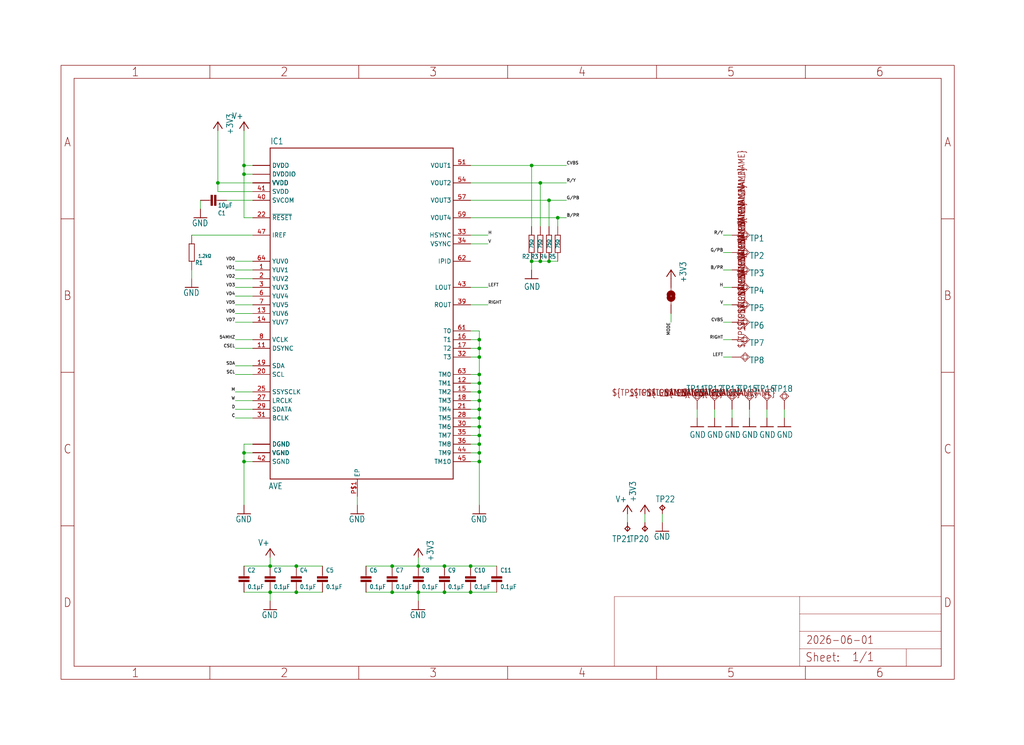
<source format=kicad_sch>
(kicad_sch (version 20240101) (generator "eeschema") (generator_version "8.99")
  (paper "User" 298.45 217.322)
  (lib_symbols
    (symbol "AVEFlex-eagle-import:+3V3" (power)
      (symbol "+3V3_1_0"
        (polyline (pts (xy 0 0) (xy -1.27 -1.905)) (stroke (width 0.254)))
        (polyline (pts (xy 1.27 -1.905) (xy 0 0)) (stroke (width 0.254)))
        (pin power_in line (at 0 -2.54 90) (length 2.54) (name "+3V3") (number "1"))
      )
    )
    (symbol "AVEFlex-eagle-import:A4L-LOC"
      (symbol "A4L-LOC_1_0"
        (polyline (pts (xy 0 44.7675) (xy 3.81 44.7675)))
        (polyline (pts (xy 0 89.535) (xy 3.81 89.535)))
        (polyline (pts (xy 0 134.3025) (xy 3.81 134.3025)))
        (polyline (pts (xy 3.81 3.81) (xy 3.81 175.26)))
        (polyline (pts (xy 43.3917 0) (xy 43.3917 3.81)))
        (polyline (pts (xy 43.3917 175.26) (xy 43.3917 179.07)))
        (polyline (pts (xy 86.7833 0) (xy 86.7833 3.81)))
        (polyline (pts (xy 86.7833 175.26) (xy 86.7833 179.07)))
        (polyline (pts (xy 130.175 0) (xy 130.175 3.81)))
        (polyline (pts (xy 130.175 175.26) (xy 130.175 179.07)))
        (polyline (pts (xy 161.29 3.81) (xy 161.29 24.13)) (stroke (width 0.1016)))
        (polyline (pts (xy 161.29 24.13) (xy 215.265 24.13)) (stroke (width 0.1016)))
        (polyline (pts (xy 173.5667 0) (xy 173.5667 3.81)))
        (polyline (pts (xy 173.5667 175.26) (xy 173.5667 179.07)))
        (polyline (pts (xy 215.265 8.89) (xy 215.265 3.81)) (stroke (width 0.1016)))
        (polyline (pts (xy 215.265 8.89) (xy 215.265 13.97)) (stroke (width 0.1016)))
        (polyline (pts (xy 215.265 13.97) (xy 215.265 19.05)) (stroke (width 0.1016)))
        (polyline (pts (xy 215.265 13.97) (xy 256.54 13.97)) (stroke (width 0.1016)))
        (polyline (pts (xy 215.265 19.05) (xy 215.265 24.13)) (stroke (width 0.1016)))
        (polyline (pts (xy 215.265 19.05) (xy 256.54 19.05)) (stroke (width 0.1016)))
        (polyline (pts (xy 215.265 24.13) (xy 256.54 24.13)) (stroke (width 0.1016)))
        (polyline (pts (xy 216.9583 0) (xy 216.9583 3.81)))
        (polyline (pts (xy 216.9583 175.26) (xy 216.9583 179.07)))
        (polyline (pts (xy 246.38 3.81) (xy 246.38 8.89)) (stroke (width 0.1016)))
        (polyline (pts (xy 246.38 8.89) (xy 215.265 8.89)) (stroke (width 0.1016)))
        (polyline (pts (xy 246.38 8.89) (xy 256.54 8.89)) (stroke (width 0.1016)))
        (polyline (pts (xy 256.54 3.81) (xy 3.81 3.81)))
        (polyline (pts (xy 256.54 3.81) (xy 256.54 8.89)) (stroke (width 0.1016)))
        (polyline (pts (xy 256.54 3.81) (xy 256.54 175.26)))
        (polyline (pts (xy 256.54 8.89) (xy 256.54 13.97)) (stroke (width 0.1016)))
        (polyline (pts (xy 256.54 13.97) (xy 256.54 19.05)) (stroke (width 0.1016)))
        (polyline (pts (xy 256.54 19.05) (xy 256.54 24.13)) (stroke (width 0.1016)))
        (polyline (pts (xy 256.54 44.7675) (xy 260.35 44.7675)))
        (polyline (pts (xy 256.54 89.535) (xy 260.35 89.535)))
        (polyline (pts (xy 256.54 134.3025) (xy 260.35 134.3025)))
        (polyline (pts (xy 256.54 175.26) (xy 3.81 175.26)))
        (polyline (pts (xy 0 0) (xy 260.35 0) (xy 260.35 179.07) (xy 0 179.07) (xy 0 0)))
        (text "${#}/${##}" (at 230.505 5.08 0) (effects (font (size 2.54 2.159)) (justify left bottom)))
        (text "${CURRENT_DATE}" (at 217.17 10.16 0) (effects (font (size 2.286 1.9431)) (justify left bottom)))
        (text "${PROJECTNAME}" (at 217.17 15.24 0) (effects (font (size 2.54 2.159)) (justify left bottom)))
        (text "1" (at 21.6958 1.905 0) (effects (font (size 2.54 2.286))))
        (text "1" (at 21.6958 177.165 0) (effects (font (size 2.54 2.286))))
        (text "2" (at 65.0875 1.905 0) (effects (font (size 2.54 2.286))))
        (text "2" (at 65.0875 177.165 0) (effects (font (size 2.54 2.286))))
        (text "3" (at 108.4792 1.905 0) (effects (font (size 2.54 2.286))))
        (text "3" (at 108.4792 177.165 0) (effects (font (size 2.54 2.286))))
        (text "4" (at 151.8708 1.905 0) (effects (font (size 2.54 2.286))))
        (text "4" (at 151.8708 177.165 0) (effects (font (size 2.54 2.286))))
        (text "5" (at 195.2625 1.905 0) (effects (font (size 2.54 2.286))))
        (text "5" (at 195.2625 177.165 0) (effects (font (size 2.54 2.286))))
        (text "6" (at 238.6542 1.905 0) (effects (font (size 2.54 2.286))))
        (text "6" (at 238.6542 177.165 0) (effects (font (size 2.54 2.286))))
        (text "A" (at 1.905 156.6863 0) (effects (font (size 2.54 2.286))))
        (text "A" (at 258.445 156.6863 0) (effects (font (size 2.54 2.286))))
        (text "B" (at 1.905 111.9188 0) (effects (font (size 2.54 2.286))))
        (text "B" (at 258.445 111.9188 0) (effects (font (size 2.54 2.286))))
        (text "C" (at 1.905 67.1513 0) (effects (font (size 2.54 2.286))))
        (text "C" (at 258.445 67.1513 0) (effects (font (size 2.54 2.286))))
        (text "D" (at 1.905 22.3838 0) (effects (font (size 2.54 2.286))))
        (text "D" (at 258.445 22.3838 0) (effects (font (size 2.54 2.286))))
        (text "Sheet:" (at 216.916 4.953 0) (effects (font (size 2.54 2.159)) (justify left bottom)))
      )
    )
    (symbol "AVEFlex-eagle-import:AVE"
      (property "Reference" "IC" (at -25.4 49.276 0))
      (symbol "AVE_1_0"
        (polyline (pts (xy -25.4 -48.26) (xy -25.4 48.26)) (stroke (width 0.254)))
        (polyline (pts (xy -25.4 48.26) (xy 27.94 48.26)) (stroke (width 0.254)))
        (polyline (pts (xy 27.94 -48.26) (xy -25.4 -48.26)) (stroke (width 0.254)))
        (polyline (pts (xy 27.94 48.26) (xy 27.94 -48.26)) (stroke (width 0.254)))
        (pin bidirectional line (at -30.48 12.7 0) (length 5.08) (name "YUV1") (number "1"))
        (pin bidirectional line (at -30.48 -38.1 0) (length 5.08) (name "DGND") (number "10"))
        (pin bidirectional line (at -30.48 -10.16 0) (length 5.08) (name "DSYNC") (number "11"))
        (pin bidirectional line (at 33.02 -20.32 180) (length 5.08) (name "TM1") (number "12"))
        (pin bidirectional line (at -30.48 0 0) (length 5.08) (name "YUV6") (number "13"))
        (pin bidirectional line (at -30.48 -2.54 0) (length 5.08) (name "YUV7") (number "14"))
        (pin bidirectional line (at 33.02 -22.86 180) (length 5.08) (name "TM2") (number "15"))
        (pin bidirectional line (at 33.02 -7.62 180) (length 5.08) (name "T1") (number "16"))
        (pin bidirectional line (at 33.02 -10.16 180) (length 5.08) (name "T2") (number "17"))
        (pin bidirectional line (at 33.02 -25.4 180) (length 5.08) (name "TM3") (number "18"))
        (pin bidirectional line (at -30.48 -15.24 0) (length 5.08) (name "SDA") (number "19"))
        (pin bidirectional line (at -30.48 10.16 0) (length 5.08) (name "YUV2") (number "2"))
        (pin bidirectional line (at -30.48 -17.78 0) (length 5.08) (name "SCL") (number "20"))
        (pin bidirectional line (at 33.02 -27.94 180) (length 5.08) (name "TM4") (number "21"))
        (pin bidirectional line (at -30.48 27.94 0) (length 5.08) (name "~{RESET}") (number "22"))
        (pin bidirectional line (at -30.48 43.18 0) (length 5.08) (name "DVDD") (number "23"))
        (pin bidirectional line (at -30.48 -38.1 0) (length 5.08) (name "DGND") (number "24"))
        (pin bidirectional line (at -30.48 -22.86 0) (length 5.08) (name "SSYSCLK") (number "25"))
        (pin bidirectional line (at -30.48 40.64 0) (length 5.08) (name "DVDDIO") (number "26"))
        (pin bidirectional line (at -30.48 -25.4 0) (length 5.08) (name "LRCLK") (number "27"))
        (pin bidirectional line (at 33.02 -30.48 180) (length 5.08) (name "TM5") (number "28"))
        (pin bidirectional line (at -30.48 -27.94 0) (length 5.08) (name "SDATA") (number "29"))
        (pin bidirectional line (at -30.48 7.62 0) (length 5.08) (name "YUV3") (number "3"))
        (pin bidirectional line (at 33.02 -33.02 180) (length 5.08) (name "TM6") (number "30"))
        (pin bidirectional line (at -30.48 -30.48 0) (length 5.08) (name "BCLK") (number "31"))
        (pin bidirectional line (at 33.02 -12.7 180) (length 5.08) (name "T3") (number "32"))
        (pin bidirectional line (at 33.02 22.86 180) (length 5.08) (name "HSYNC") (number "33"))
        (pin bidirectional line (at 33.02 20.32 180) (length 5.08) (name "VSYNC") (number "34"))
        (pin bidirectional line (at 33.02 -35.56 180) (length 5.08) (name "TM7") (number "35"))
        (pin bidirectional line (at 33.02 -38.1 180) (length 5.08) (name "TM8") (number "36"))
        (pin bidirectional line (at -30.48 38.1 0) (length 5.08) (name "VVDD") (number "37"))
        (pin bidirectional line (at -30.48 -40.64 0) (length 5.08) (name "VGND") (number "38"))
        (pin bidirectional line (at 33.02 2.54 180) (length 5.08) (name "ROUT") (number "39"))
        (pin bidirectional line (at -30.48 40.64 0) (length 5.08) (name "DVDDIO") (number "4"))
        (pin bidirectional line (at -30.48 33.02 0) (length 5.08) (name "SVCOM") (number "40"))
        (pin bidirectional line (at -30.48 35.56 0) (length 5.08) (name "SVDD") (number "41"))
        (pin bidirectional line (at -30.48 -43.18 0) (length 5.08) (name "SGND") (number "42"))
        (pin bidirectional line (at 33.02 7.62 180) (length 5.08) (name "LOUT") (number "43"))
        (pin bidirectional line (at 33.02 -40.64 180) (length 5.08) (name "TM9") (number "44"))
        (pin bidirectional line (at 33.02 -43.18 180) (length 5.08) (name "TM10") (number "45"))
        (pin bidirectional line (at -30.48 38.1 0) (length 5.08) (name "VVDD") (number "46"))
        (pin bidirectional line (at -30.48 22.86 0) (length 5.08) (name "IREF") (number "47"))
        (pin bidirectional line (at -30.48 -40.64 0) (length 5.08) (name "VGND") (number "48"))
        (pin bidirectional line (at -30.48 -40.64 0) (length 5.08) (name "VGND") (number "49"))
        (pin bidirectional line (at -30.48 -38.1 0) (length 5.08) (name "DGND") (number "5"))
        (pin bidirectional line (at -30.48 38.1 0) (length 5.08) (name "VVDD") (number "50"))
        (pin bidirectional line (at 33.02 43.18 180) (length 5.08) (name "VOUT1") (number "51"))
        (pin bidirectional line (at -30.48 -40.64 0) (length 5.08) (name "VGND") (number "52"))
        (pin bidirectional line (at -30.48 38.1 0) (length 5.08) (name "VVDD") (number "53"))
        (pin bidirectional line (at 33.02 38.1 180) (length 5.08) (name "VOUT2") (number "54"))
        (pin bidirectional line (at -30.48 -40.64 0) (length 5.08) (name "VGND") (number "55"))
        (pin bidirectional line (at -30.48 38.1 0) (length 5.08) (name "VVDD") (number "56"))
        (pin bidirectional line (at 33.02 33.02 180) (length 5.08) (name "VOUT3") (number "57"))
        (pin bidirectional line (at -30.48 -40.64 0) (length 5.08) (name "VGND") (number "58"))
        (pin bidirectional line (at 33.02 27.94 180) (length 5.08) (name "VOUT4") (number "59"))
        (pin bidirectional line (at -30.48 5.08 0) (length 5.08) (name "YUV4") (number "6"))
        (pin bidirectional line (at -30.48 38.1 0) (length 5.08) (name "VVDD") (number "60"))
        (pin bidirectional line (at 33.02 -5.08 180) (length 5.08) (name "T0") (number "61"))
        (pin bidirectional line (at 33.02 15.24 180) (length 5.08) (name "IPID") (number "62"))
        (pin bidirectional line (at 33.02 -17.78 180) (length 5.08) (name "TM0") (number "63"))
        (pin bidirectional line (at -30.48 15.24 0) (length 5.08) (name "YUV0") (number "64"))
        (pin bidirectional line (at -30.48 2.54 0) (length 5.08) (name "YUV5") (number "7"))
        (pin bidirectional line (at -30.48 -7.62 0) (length 5.08) (name "VCLK") (number "8"))
        (pin bidirectional line (at -30.48 43.18 0) (length 5.08) (name "DVDD") (number "9"))
        (pin bidirectional line (at 0 -53.34 90) (length 5.08) (name "EP") (number "P$1"))
      )
    )
    (symbol "AVEFlex-eagle-import:C-USC0402"
      (property "Reference" "C" (at 1.016 0.635 0))
      (symbol "C-USC0402_1_0"
        (rectangle (start -1.524 -2.032) (end 1.524 -1.524) (fill (type outline)))
        (rectangle (start -1.524 -1.016) (end 1.524 -0.508) (fill (type outline)))
        (polyline (pts (xy 0 -2.54) (xy 0 -2.032)) (stroke (width 0.1524)))
        (polyline (pts (xy 0 0) (xy 0 -0.508)) (stroke (width 0.1524)))
        (pin passive line (at 0 2.54 270) (length 2.54) (name "1") (number "1"))
        (pin passive line (at 0 -5.08 90) (length 2.54) (name "2") (number "2"))
      )
    )
    (symbol "AVEFlex-eagle-import:C-USC0603"
      (property "Reference" "C" (at 1.016 0.635 0))
      (symbol "C-USC0603_1_0"
        (rectangle (start -1.524 -2.032) (end 1.524 -1.524) (fill (type outline)))
        (rectangle (start -1.524 -1.016) (end 1.524 -0.508) (fill (type outline)))
        (polyline (pts (xy 0 -2.54) (xy 0 -2.032)) (stroke (width 0.1524)))
        (polyline (pts (xy 0 0) (xy 0 -0.508)) (stroke (width 0.1524)))
        (pin passive line (at 0 2.54 270) (length 2.54) (name "1") (number "1"))
        (pin passive line (at 0 -5.08 90) (length 2.54) (name "2") (number "2"))
      )
    )
    (symbol "AVEFlex-eagle-import:GND" (power)
      (symbol "GND_1_0"
        (polyline (pts (xy -1.905 0) (xy 1.905 0)) (stroke (width 0.254)))
        (pin power_in line (at 0 2.54 270) (length 2.54) (name "GND") (number "1"))
      )
    )
    (symbol "AVEFlex-eagle-import:JUMPER-SMT_2_NO_SILK"
      (property "Reference" "JP" (at -2.54 2.54 0))
      (symbol "JUMPER-SMT_2_NO_SILK_1_0"
        (arc (start -0.3808 0.635) (mid -1.0159 0.0001) (end -0.381 -0.635) (stroke (width 1.27)))
        (polyline (pts (xy -2.54 0) (xy -1.651 0)) (stroke (width 0.1524)))
        (polyline (pts (xy 2.54 0) (xy 1.651 0)) (stroke (width 0.1524)))
        (arc (start 0.3808 -0.635) (mid 1.0159 -0.0001) (end 0.381 0.635) (stroke (width 1.27)))
        (pin passive line (at -5.08 0 0) (length 2.54) (name "1") (number "1"))
        (pin passive line (at 5.08 0 180) (length 2.54) (name "2") (number "2"))
      )
    )
    (symbol "AVEFlex-eagle-import:R-US_R0402"
      (property "Reference" "R" (at -3.048 0.4826 0))
      (symbol "R-US_R0402_1_0"
        (polyline (pts (xy -2.54 -0.762) (xy -2.54 0.762)) (stroke (width 0.2032)))
        (polyline (pts (xy -2.54 0.762) (xy 2.54 0.762)) (stroke (width 0.2032)))
        (polyline (pts (xy 2.54 -0.762) (xy -2.54 -0.762)) (stroke (width 0.2032)))
        (polyline (pts (xy 2.54 0.762) (xy 2.54 -0.762)) (stroke (width 0.2032)))
        (pin passive line (at -5.08 0 0) (length 2.54) (name "1") (number "1"))
        (pin passive line (at 5.08 0 180) (length 2.54) (name "2") (number "2"))
      )
    )
    (symbol "AVEFlex-eagle-import:TPSQTP10R"
      (property "Reference" "TP" (at -2.54 -4.445 0))
      (symbol "TPSQTP10R_1_0"
        (circle (center 0 -1.27) (radius 0.635) (stroke (width 0.1524)))
        (polyline (pts (xy -1.27 -1.27) (xy 0 -2.54)) (stroke (width 0.1524)))
        (polyline (pts (xy 0 -2.54) (xy 1.27 -1.27)) (stroke (width 0.1524)))
        (polyline (pts (xy 0 0) (xy -1.27 -1.27)) (stroke (width 0.1524)))
        (polyline (pts (xy 1.27 -1.27) (xy 0 0)) (stroke (width 0.1524)))
        (text "${TP_SIGNAL_NAME}" (at 2.54 -1.27 0) (effects (font (size 1.778 1.5113)) (justify left bottom)))
        (pin input line (at 0 2.54 270) (length 2.54) (name "TP") (number "TP"))
      )
    )
    (symbol "AVEFlex-eagle-import:TPTP10SQ"
      (property "Reference" "TP" (at -1.27 1.27 0))
      (symbol "TPTP10SQ_1_0"
        (polyline (pts (xy -0.762 -0.762) (xy 0 0)) (stroke (width 0.254)))
        (polyline (pts (xy 0 -1.524) (xy -0.762 -0.762)) (stroke (width 0.254)))
        (polyline (pts (xy 0 0) (xy 0.762 -0.762)) (stroke (width 0.254)))
        (polyline (pts (xy 0.762 -0.762) (xy 0 -1.524)) (stroke (width 0.254)))
        (pin input line (at 0 -2.54 90) (length 2.54) (name "TP") (number "TP"))
      )
    )
    (symbol "AVEFlex-eagle-import:V+" (power)
      (symbol "V+_1_0"
        (polyline (pts (xy 0 0) (xy -1.27 -1.905)) (stroke (width 0.254)))
        (polyline (pts (xy 1.27 -1.905) (xy 0 0)) (stroke (width 0.254)))
        (pin power_in line (at 0 -2.54 90) (length 2.54) (name "V+") (number "1"))
      )
    )
  )
  (junction (at 154.94 76.2))
  (junction (at 86.36 165.1))
  (junction (at 129.54 165.1))
  (junction (at 139.7 124.46))
  (junction (at 154.94 48.26))
  (junction (at 139.7 114.3))
  (junction (at 114.3 165.1))
  (junction (at 139.7 101.6))
  (junction (at 139.7 99.06))
  (junction (at 86.36 172.72))
  (junction (at 139.7 104.14))
  (junction (at 139.7 127))
  (junction (at 139.7 132.08))
  (junction (at 160.02 58.42))
  (junction (at 139.7 109.22))
  (junction (at 139.7 111.76))
  (junction (at 121.92 172.72))
  (junction (at 139.7 134.62))
  (junction (at 78.74 165.1))
  (junction (at 139.7 129.54))
  (junction (at 137.16 172.72))
  (junction (at 137.16 165.1))
  (junction (at 114.3 172.72))
  (junction (at 71.12 50.8))
  (junction (at 121.92 165.1))
  (junction (at 139.7 121.92))
  (junction (at 139.7 116.84))
  (junction (at 157.48 76.2))
  (junction (at 157.48 53.34))
  (junction (at 162.56 63.5))
  (junction (at 71.12 132.08))
  (junction (at 160.02 76.2))
  (junction (at 139.7 119.38))
  (junction (at 78.74 172.72))
  (junction (at 71.12 48.26))
  (junction (at 63.5 53.34))
  (junction (at 129.54 172.72))
  (junction (at 71.12 134.62))
  (wire (pts (xy 78.74 172.72) (xy 78.74 175.26)) (stroke (width 0.1524)))
  (wire (pts (xy 195.58 91.44) (xy 195.58 93.98)) (stroke (width 0.1524)))
  (wire (pts (xy 137.16 116.84) (xy 139.7 116.84)) (stroke (width 0.1524)))
  (wire (pts (xy 137.16 172.72) (xy 129.54 172.72)) (stroke (width 0.1524)))
  (wire (pts (xy 73.66 76.2) (xy 68.58 76.2)) (stroke (width 0.1524)))
  (wire (pts (xy 71.12 147.32) (xy 71.12 134.62)) (stroke (width 0.1524)))
  (wire (pts (xy 71.12 132.08) (xy 71.12 134.62)) (stroke (width 0.1524)))
  (wire (pts (xy 218.44 119.38) (xy 218.44 121.92)) (stroke (width 0.1524)))
  (wire (pts (xy 71.12 48.26) (xy 71.12 38.1)) (stroke (width 0.1524)))
  (wire (pts (xy 182.88 152.4) (xy 182.88 149.86)) (stroke (width 0.1524)))
  (wire (pts (xy 139.7 127) (xy 139.7 124.46)) (stroke (width 0.1524)))
  (wire (pts (xy 71.12 165.1) (xy 78.74 165.1)) (stroke (width 0.1524)))
  (wire (pts (xy 213.36 78.74) (xy 210.82 78.74)) (stroke (width 0.1524)))
  (wire (pts (xy 137.16 68.58) (xy 142.24 68.58)) (stroke (width 0.1524)))
  (wire (pts (xy 63.5 55.88) (xy 63.5 53.34)) (stroke (width 0.1524)))
  (wire (pts (xy 104.14 147.32) (xy 104.14 144.78)) (stroke (width 0.1524)))
  (wire (pts (xy 193.04 152.4) (xy 193.04 149.86)) (stroke (width 0.1524)))
  (wire (pts (xy 160.02 66.04) (xy 160.02 58.42)) (stroke (width 0.1524)))
  (wire (pts (xy 157.48 53.34) (xy 165.1 53.34)) (stroke (width 0.1524)))
  (wire (pts (xy 154.94 48.26) (xy 165.1 48.26)) (stroke (width 0.1524)))
  (wire (pts (xy 162.56 63.5) (xy 165.1 63.5)) (stroke (width 0.1524)))
  (wire (pts (xy 137.16 48.26) (xy 154.94 48.26)) (stroke (width 0.1524)))
  (wire (pts (xy 106.68 165.1) (xy 114.3 165.1)) (stroke (width 0.1524)))
  (wire (pts (xy 137.16 104.14) (xy 139.7 104.14)) (stroke (width 0.1524)))
  (wire (pts (xy 137.16 127) (xy 139.7 127)) (stroke (width 0.1524)))
  (wire (pts (xy 139.7 104.14) (xy 139.7 101.6)) (stroke (width 0.1524)))
  (wire (pts (xy 157.48 66.04) (xy 157.48 53.34)) (stroke (width 0.1524)))
  (wire (pts (xy 93.98 165.1) (xy 86.36 165.1)) (stroke (width 0.1524)))
  (wire (pts (xy 73.66 63.5) (xy 71.12 63.5)) (stroke (width 0.1524)))
  (wire (pts (xy 187.96 152.4) (xy 187.96 149.86)) (stroke (width 0.1524)))
  (wire (pts (xy 137.16 101.6) (xy 139.7 101.6)) (stroke (width 0.1524)))
  (wire (pts (xy 137.16 124.46) (xy 139.7 124.46)) (stroke (width 0.1524)))
  (wire (pts (xy 213.36 73.66) (xy 210.82 73.66)) (stroke (width 0.1524)))
  (wire (pts (xy 139.7 109.22) (xy 139.7 104.14)) (stroke (width 0.1524)))
  (wire (pts (xy 121.92 172.72) (xy 129.54 172.72)) (stroke (width 0.1524)))
  (wire (pts (xy 73.66 48.26) (xy 71.12 48.26)) (stroke (width 0.1524)))
  (wire (pts (xy 139.7 116.84) (xy 139.7 114.3)) (stroke (width 0.1524)))
  (wire (pts (xy 63.5 53.34) (xy 63.5 38.1)) (stroke (width 0.1524)))
  (wire (pts (xy 139.7 132.08) (xy 139.7 129.54)) (stroke (width 0.1524)))
  (wire (pts (xy 137.16 111.76) (xy 139.7 111.76)) (stroke (width 0.1524)))
  (wire (pts (xy 73.66 55.88) (xy 63.5 55.88)) (stroke (width 0.1524)))
  (wire (pts (xy 208.28 119.38) (xy 208.28 121.92)) (stroke (width 0.1524)))
  (wire (pts (xy 139.7 121.92) (xy 139.7 119.38)) (stroke (width 0.1524)))
  (wire (pts (xy 73.66 116.84) (xy 68.58 116.84)) (stroke (width 0.1524)))
  (wire (pts (xy 73.66 83.82) (xy 68.58 83.82)) (stroke (width 0.1524)))
  (wire (pts (xy 137.16 119.38) (xy 139.7 119.38)) (stroke (width 0.1524)))
  (wire (pts (xy 73.66 109.22) (xy 68.58 109.22)) (stroke (width 0.1524)))
  (wire (pts (xy 213.36 68.58) (xy 210.82 68.58)) (stroke (width 0.1524)))
  (wire (pts (xy 213.36 88.9) (xy 210.82 88.9)) (stroke (width 0.1524)))
  (wire (pts (xy 71.12 129.54) (xy 71.12 132.08)) (stroke (width 0.1524)))
  (wire (pts (xy 137.16 83.82) (xy 142.24 83.82)) (stroke (width 0.1524)))
  (wire (pts (xy 154.94 66.04) (xy 154.94 48.26)) (stroke (width 0.1524)))
  (wire (pts (xy 55.88 68.58) (xy 73.66 68.58)) (stroke (width 0.1524)))
  (wire (pts (xy 137.16 132.08) (xy 139.7 132.08)) (stroke (width 0.1524)))
  (wire (pts (xy 73.66 91.44) (xy 68.58 91.44)) (stroke (width 0.1524)))
  (wire (pts (xy 137.16 109.22) (xy 139.7 109.22)) (stroke (width 0.1524)))
  (wire (pts (xy 73.66 93.98) (xy 68.58 93.98)) (stroke (width 0.1524)))
  (wire (pts (xy 213.36 99.06) (xy 210.82 99.06)) (stroke (width 0.1524)))
  (wire (pts (xy 73.66 132.08) (xy 71.12 132.08)) (stroke (width 0.1524)))
  (wire (pts (xy 114.3 165.1) (xy 121.92 165.1)) (stroke (width 0.1524)))
  (wire (pts (xy 154.94 76.2) (xy 154.94 78.74)) (stroke (width 0.1524)))
  (wire (pts (xy 78.74 162.56) (xy 78.74 165.1)) (stroke (width 0.1524)))
  (wire (pts (xy 73.66 88.9) (xy 68.58 88.9)) (stroke (width 0.1524)))
  (wire (pts (xy 73.66 114.3) (xy 68.58 114.3)) (stroke (width 0.1524)))
  (wire (pts (xy 121.92 162.56) (xy 121.92 165.1)) (stroke (width 0.1524)))
  (wire (pts (xy 137.16 129.54) (xy 139.7 129.54)) (stroke (width 0.1524)))
  (wire (pts (xy 154.94 76.2) (xy 157.48 76.2)) (stroke (width 0.1524)))
  (wire (pts (xy 66.04 58.42) (xy 73.66 58.42)) (stroke (width 0.1524)))
  (wire (pts (xy 203.2 119.38) (xy 203.2 121.92)) (stroke (width 0.1524)))
  (wire (pts (xy 139.7 129.54) (xy 139.7 127)) (stroke (width 0.1524)))
  (wire (pts (xy 139.7 134.62) (xy 139.7 132.08)) (stroke (width 0.1524)))
  (wire (pts (xy 58.42 60.96) (xy 58.42 58.42)) (stroke (width 0.1524)))
  (wire (pts (xy 160.02 76.2) (xy 162.56 76.2)) (stroke (width 0.1524)))
  (wire (pts (xy 73.66 106.68) (xy 68.58 106.68)) (stroke (width 0.1524)))
  (wire (pts (xy 71.12 172.72) (xy 78.74 172.72)) (stroke (width 0.1524)))
  (wire (pts (xy 213.36 93.98) (xy 210.82 93.98)) (stroke (width 0.1524)))
  (wire (pts (xy 73.66 81.28) (xy 68.58 81.28)) (stroke (width 0.1524)))
  (wire (pts (xy 139.7 124.46) (xy 139.7 121.92)) (stroke (width 0.1524)))
  (wire (pts (xy 137.16 134.62) (xy 139.7 134.62)) (stroke (width 0.1524)))
  (wire (pts (xy 137.16 58.42) (xy 160.02 58.42)) (stroke (width 0.1524)))
  (wire (pts (xy 78.74 165.1) (xy 86.36 165.1)) (stroke (width 0.1524)))
  (wire (pts (xy 73.66 129.54) (xy 71.12 129.54)) (stroke (width 0.1524)))
  (wire (pts (xy 137.16 165.1) (xy 129.54 165.1)) (stroke (width 0.1524)))
  (wire (pts (xy 139.7 111.76) (xy 139.7 109.22)) (stroke (width 0.1524)))
  (wire (pts (xy 73.66 99.06) (xy 68.58 99.06)) (stroke (width 0.1524)))
  (wire (pts (xy 114.3 172.72) (xy 121.92 172.72)) (stroke (width 0.1524)))
  (wire (pts (xy 71.12 63.5) (xy 71.12 50.8)) (stroke (width 0.1524)))
  (wire (pts (xy 73.66 121.92) (xy 68.58 121.92)) (stroke (width 0.1524)))
  (wire (pts (xy 213.36 83.82) (xy 210.82 83.82)) (stroke (width 0.1524)))
  (wire (pts (xy 137.16 53.34) (xy 157.48 53.34)) (stroke (width 0.1524)))
  (wire (pts (xy 55.88 81.28) (xy 55.88 78.74)) (stroke (width 0.1524)))
  (wire (pts (xy 223.52 119.38) (xy 223.52 121.92)) (stroke (width 0.1524)))
  (wire (pts (xy 73.66 101.6) (xy 68.58 101.6)) (stroke (width 0.1524)))
  (wire (pts (xy 106.68 172.72) (xy 114.3 172.72)) (stroke (width 0.1524)))
  (wire (pts (xy 86.36 172.72) (xy 78.74 172.72)) (stroke (width 0.1524)))
  (wire (pts (xy 137.16 172.72) (xy 144.78 172.72)) (stroke (width 0.1524)))
  (wire (pts (xy 139.7 96.52) (xy 137.16 96.52)) (stroke (width 0.1524)))
  (wire (pts (xy 139.7 114.3) (xy 139.7 111.76)) (stroke (width 0.1524)))
  (wire (pts (xy 137.16 114.3) (xy 139.7 114.3)) (stroke (width 0.1524)))
  (wire (pts (xy 73.66 86.36) (xy 68.58 86.36)) (stroke (width 0.1524)))
  (wire (pts (xy 129.54 165.1) (xy 121.92 165.1)) (stroke (width 0.1524)))
  (wire (pts (xy 137.16 88.9) (xy 142.24 88.9)) (stroke (width 0.1524)))
  (wire (pts (xy 139.7 101.6) (xy 139.7 99.06)) (stroke (width 0.1524)))
  (wire (pts (xy 137.16 121.92) (xy 139.7 121.92)) (stroke (width 0.1524)))
  (wire (pts (xy 71.12 50.8) (xy 71.12 48.26)) (stroke (width 0.1524)))
  (wire (pts (xy 121.92 175.26) (xy 121.92 172.72)) (stroke (width 0.1524)))
  (wire (pts (xy 139.7 99.06) (xy 139.7 96.52)) (stroke (width 0.1524)))
  (wire (pts (xy 73.66 78.74) (xy 68.58 78.74)) (stroke (width 0.1524)))
  (wire (pts (xy 86.36 172.72) (xy 93.98 172.72)) (stroke (width 0.1524)))
  (wire (pts (xy 73.66 119.38) (xy 68.58 119.38)) (stroke (width 0.1524)))
  (wire (pts (xy 73.66 50.8) (xy 71.12 50.8)) (stroke (width 0.1524)))
  (wire (pts (xy 213.36 104.14) (xy 210.82 104.14)) (stroke (width 0.1524)))
  (wire (pts (xy 139.7 119.38) (xy 139.7 116.84)) (stroke (width 0.1524)))
  (wire (pts (xy 157.48 76.2) (xy 160.02 76.2)) (stroke (width 0.1524)))
  (wire (pts (xy 228.6 119.38) (xy 228.6 121.92)) (stroke (width 0.1524)))
  (wire (pts (xy 213.36 119.38) (xy 213.36 121.92)) (stroke (width 0.1524)))
  (wire (pts (xy 137.16 71.12) (xy 142.24 71.12)) (stroke (width 0.1524)))
  (wire (pts (xy 144.78 165.1) (xy 137.16 165.1)) (stroke (width 0.1524)))
  (wire (pts (xy 160.02 58.42) (xy 165.1 58.42)) (stroke (width 0.1524)))
  (wire (pts (xy 137.16 63.5) (xy 162.56 63.5)) (stroke (width 0.1524)))
  (wire (pts (xy 162.56 66.04) (xy 162.56 63.5)) (stroke (width 0.1524)))
  (wire (pts (xy 137.16 99.06) (xy 139.7 99.06)) (stroke (width 0.1524)))
  (wire (pts (xy 73.66 134.62) (xy 71.12 134.62)) (stroke (width 0.1524)))
  (wire (pts (xy 139.7 147.32) (xy 139.7 134.62)) (stroke (width 0.1524)))
  (wire (pts (xy 73.66 53.34) (xy 63.5 53.34)) (stroke (width 0.1524)))
  (label "H" (at 142.24 68.58 0) (effects (font (size 0.889 0.889))))
  (label "R/Y" (at 210.82 68.58 180) (effects (font (size 0.889 0.889))))
  (label "MODE" (at 195.58 93.98 270) (effects (font (size 0.889 0.889))))
  (label "VD3" (at 68.58 83.82 180) (effects (font (size 0.889 0.889))))
  (label "VD7" (at 68.58 93.98 180) (effects (font (size 0.889 0.889))))
  (label "LEFT" (at 142.24 83.82 0) (effects (font (size 0.889 0.889))))
  (label "C" (at 68.58 121.92 180) (effects (font (size 0.889 0.889))))
  (label "SDA" (at 68.58 106.68 180) (effects (font (size 0.889 0.889))))
  (label "B/PR" (at 210.82 78.74 180) (effects (font (size 0.889 0.889))))
  (label "VD1" (at 68.58 78.74 180) (effects (font (size 0.889 0.889))))
  (label "RIGHT" (at 210.82 99.06 180) (effects (font (size 0.889 0.889))))
  (label "RIGHT" (at 142.24 88.9 0) (effects (font (size 0.889 0.889))))
  (label "VD2" (at 68.58 81.28 180) (effects (font (size 0.889 0.889))))
  (label "CVBS" (at 210.82 93.98 180) (effects (font (size 0.889 0.889))))
  (label "M" (at 68.58 114.3 180) (effects (font (size 0.889 0.889))))
  (label "D" (at 68.58 119.38 180) (effects (font (size 0.889 0.889))))
  (label "R/Y" (at 165.1 53.34 0) (effects (font (size 0.889 0.889))))
  (label "VD5" (at 68.58 88.9 180) (effects (font (size 0.889 0.889))))
  (label "CVBS" (at 165.1 48.26 0) (effects (font (size 0.889 0.889))))
  (label "VD0" (at 68.58 76.2 180) (effects (font (size 0.889 0.889))))
  (label "VD4" (at 68.58 86.36 180) (effects (font (size 0.889 0.889))))
  (label "SCL" (at 68.58 109.22 180) (effects (font (size 0.889 0.889))))
  (label "B/PR" (at 165.1 63.5 0) (effects (font (size 0.889 0.889))))
  (label "G/PB" (at 165.1 58.42 0) (effects (font (size 0.889 0.889))))
  (label "W" (at 68.58 116.84 180) (effects (font (size 0.889 0.889))))
  (label "CSEL" (at 68.58 101.6 180) (effects (font (size 0.889 0.889))))
  (label "V" (at 210.82 88.9 180) (effects (font (size 0.889 0.889))))
  (label "V" (at 142.24 71.12 0) (effects (font (size 0.889 0.889))))
  (label "VD6" (at 68.58 91.44 180) (effects (font (size 0.889 0.889))))
  (label "G/PB" (at 210.82 73.66 180) (effects (font (size 0.889 0.889))))
  (label "H" (at 210.82 83.82 180) (effects (font (size 0.889 0.889))))
  (label "54MHZ" (at 68.58 99.06 180) (effects (font (size 0.889 0.889))))
  (label "LEFT" (at 210.82 104.14 180) (effects (font (size 0.889 0.889))))
  (symbol (lib_id "AVEFlex-eagle-import:C-USC0402") (at 93.98 167.64 0) (unit 1)
    (property "Reference" "C5" (at 94.996 167.005 0) (effects (font (size 1.27 1.0795)) (justify left bottom)))
    (property "Value" "0.1µF" (at 94.996 171.831 0) (effects (font (size 1.27 1.0795)) (justify left bottom)))
    (property "Footprint" "AVEFlex:C0402" (effects (hide yes)))
  )
  (symbol (lib_id "AVEFlex-eagle-import:GND") (at 104.14 149.86 0) (unit 1)
    (property "Reference" "#GND10" (effects (hide yes)))
    (property "Value" "GND" (at 101.6 152.4 0) (effects (font (size 1.778 1.5113)) (justify left bottom)))
  )
  (symbol (lib_id "AVEFlex-eagle-import:TPSQTP10R") (at 215.9 68.58 90) (unit 1)
    (property "Reference" "TP1" (at 218.44 70.485 90) (effects (font (size 1.778 1.5113)) (justify right top)))
    (property "Value" "TPSQTP10R" (effects (hide yes)))
    (property "Footprint" "AVEFlex:TP10R" (effects (hide yes)))
  )
  (symbol (lib_id "AVEFlex-eagle-import:TPSQTP10R") (at 213.36 116.84 180) (unit 1)
    (property "Reference" "TP13" (at 215.9 112.395 0) (effects (font (size 1.778 1.5113)) (justify left bottom)))
    (property "Value" "TPSQTP10R" (effects (hide yes)))
    (property "Footprint" "AVEFlex:TP10R" (effects (hide yes)))
  )
  (symbol (lib_id "AVEFlex-eagle-import:C-USC0402") (at 144.78 167.64 0) (unit 1)
    (property "Reference" "C11" (at 145.796 167.005 0) (effects (font (size 1.27 1.0795)) (justify left bottom)))
    (property "Value" "0.1µF" (at 145.796 171.831 0) (effects (font (size 1.27 1.0795)) (justify left bottom)))
    (property "Footprint" "AVEFlex:C0402" (effects (hide yes)))
  )
  (symbol (lib_id "AVEFlex-eagle-import:GND") (at 139.7 149.86 0) (unit 1)
    (property "Reference" "#GND13" (effects (hide yes)))
    (property "Value" "GND" (at 137.16 152.4 0) (effects (font (size 1.778 1.5113)) (justify left bottom)))
  )
  (symbol (lib_id "AVEFlex-eagle-import:C-USC0402") (at 106.68 167.64 0) (unit 1)
    (property "Reference" "C6" (at 107.696 167.005 0) (effects (font (size 1.27 1.0795)) (justify left bottom)))
    (property "Value" "0.1µF" (at 107.696 171.831 0) (effects (font (size 1.27 1.0795)) (justify left bottom)))
    (property "Footprint" "AVEFlex:C0402" (effects (hide yes)))
  )
  (symbol (lib_id "AVEFlex-eagle-import:JUMPER-SMT_2_NO_SILK") (at 195.58 86.36 90) (unit 1)
    (property "Reference" "JP1" (effects (hide yes)))
    (property "Value" "JUMPER-SMT_2_NO_SILK" (effects (hide yes)))
    (property "Footprint" "AVEFlex:SMT-JUMPER_2_NO_SILK" (effects (hide yes)))
  )
  (symbol (lib_id "AVEFlex-eagle-import:TPSQTP10R") (at 208.28 116.84 180) (unit 1)
    (property "Reference" "TP12" (at 210.82 112.395 0) (effects (font (size 1.778 1.5113)) (justify left bottom)))
    (property "Value" "TPSQTP10R" (effects (hide yes)))
    (property "Footprint" "AVEFlex:TP10R" (effects (hide yes)))
  )
  (symbol (lib_id "AVEFlex-eagle-import:R-US_R0402") (at 154.94 71.12 90) (mirror x) (unit 1)
    (property "Reference" "R2" (at 154.432 74.1426 90) (effects (font (size 1.27 1.0795)) (justify left top)))
    (property "Value" "75Ω" (at 154.94 71.12 0) (effects (font (size 1.016 0.8636))))
    (property "Footprint" "AVEFlex:R0402" (effects (hide yes)))
  )
  (symbol (lib_id "AVEFlex-eagle-import:TPSQTP10R") (at 215.9 78.74 90) (unit 1)
    (property "Reference" "TP3" (at 218.44 80.645 90) (effects (font (size 1.778 1.5113)) (justify right top)))
    (property "Value" "TPSQTP10R" (effects (hide yes)))
    (property "Footprint" "AVEFlex:TP10R" (effects (hide yes)))
  )
  (symbol (lib_id "AVEFlex-eagle-import:TPTP10SQ") (at 193.04 147.32 0) (unit 1)
    (property "Reference" "TP22" (at 191.008 146.558 0) (effects (font (size 1.778 1.5113)) (justify left bottom)))
    (property "Value" "TPTP10SQ" (effects (hide yes)))
    (property "Footprint" "AVEFlex:TP10SQ" (effects (hide yes)))
  )
  (symbol (lib_id "AVEFlex-eagle-import:TPSQTP10R") (at 228.6 116.84 180) (unit 1)
    (property "Reference" "TP18" (at 231.14 112.395 0) (effects (font (size 1.778 1.5113)) (justify left bottom)))
    (property "Value" "TPSQTP10R" (effects (hide yes)))
    (property "Footprint" "AVEFlex:TP10R" (effects (hide yes)))
  )
  (symbol (lib_id "AVEFlex-eagle-import:AVE") (at 104.14 91.44 0) (unit 1)
    (property "Reference" "IC1" (at 78.74 42.164 0) (effects (font (size 1.778 1.5113)) (justify left bottom)))
    (property "Value" "AVE" (at 78.232 142.748 0) (effects (font (size 1.778 1.5113)) (justify left bottom)))
    (property "Footprint" "AVEFlex:TQFP64-10X10" (effects (hide yes)))
  )
  (symbol (lib_id "AVEFlex-eagle-import:GND") (at 218.44 124.46 0) (unit 1)
    (property "Reference" "#GND14" (effects (hide yes)))
    (property "Value" "GND" (at 216.154 127.762 0) (effects (font (size 1.778 1.5113)) (justify left bottom)))
  )
  (symbol (lib_id "AVEFlex-eagle-import:TPSQTP10R") (at 215.9 88.9 90) (unit 1)
    (property "Reference" "TP5" (at 218.44 90.805 90) (effects (font (size 1.778 1.5113)) (justify right top)))
    (property "Value" "TPSQTP10R" (effects (hide yes)))
    (property "Footprint" "AVEFlex:TP10R" (effects (hide yes)))
  )
  (symbol (lib_id "AVEFlex-eagle-import:TPSQTP10R") (at 223.52 116.84 180) (unit 1)
    (property "Reference" "TP16" (at 226.06 112.395 0) (effects (font (size 1.778 1.5113)) (justify left bottom)))
    (property "Value" "TPSQTP10R" (effects (hide yes)))
    (property "Footprint" "AVEFlex:TP10R" (effects (hide yes)))
  )
  (symbol (lib_id "AVEFlex-eagle-import:V+") (at 182.88 147.32 0) (unit 1)
    (property "Reference" "#+1V3" (effects (hide yes)))
    (property "Value" "V+" (at 179.324 146.558 0) (effects (font (size 1.778 1.5113)) (justify left bottom)))
  )
  (symbol (lib_id "AVEFlex-eagle-import:GND") (at 193.04 154.94 0) (unit 1)
    (property "Reference" "#GND18" (effects (hide yes)))
    (property "Value" "GND" (at 190.5 157.48 0) (effects (font (size 1.778 1.5113)) (justify left bottom)))
  )
  (symbol (lib_id "AVEFlex-eagle-import:GND") (at 71.12 149.86 0) (unit 1)
    (property "Reference" "#GND1" (effects (hide yes)))
    (property "Value" "GND" (at 68.58 152.4 0) (effects (font (size 1.778 1.5113)) (justify left bottom)))
  )
  (symbol (lib_id "AVEFlex-eagle-import:C-USC0402") (at 121.92 167.64 0) (unit 1)
    (property "Reference" "C8" (at 122.936 167.005 0) (effects (font (size 1.27 1.0795)) (justify left bottom)))
    (property "Value" "0.1µF" (at 122.936 171.831 0) (effects (font (size 1.27 1.0795)) (justify left bottom)))
    (property "Footprint" "AVEFlex:C0402" (effects (hide yes)))
  )
  (symbol (lib_id "AVEFlex-eagle-import:C-USC0402") (at 137.16 167.64 0) (unit 1)
    (property "Reference" "C10" (at 138.176 167.005 0) (effects (font (size 1.27 1.0795)) (justify left bottom)))
    (property "Value" "0.1µF" (at 138.176 171.831 0) (effects (font (size 1.27 1.0795)) (justify left bottom)))
    (property "Footprint" "AVEFlex:C0402" (effects (hide yes)))
  )
  (symbol (lib_id "AVEFlex-eagle-import:TPSQTP10R") (at 203.2 116.84 180) (unit 1)
    (property "Reference" "TP11" (at 205.74 112.395 0) (effects (font (size 1.778 1.5113)) (justify left bottom)))
    (property "Value" "TPSQTP10R" (effects (hide yes)))
    (property "Footprint" "AVEFlex:TP10R" (effects (hide yes)))
  )
  (symbol (lib_id "AVEFlex-eagle-import:A4L-LOC") (at 17.78 198.12 0) (unit 1)
    (property "Reference" "#FRAME1" (effects (hide yes)))
    (property "Value" "A4L-LOC" (effects (hide yes)))
  )
  (symbol (lib_id "AVEFlex-eagle-import:R-US_R0402") (at 160.02 71.12 90) (mirror x) (unit 1)
    (property "Reference" "R4" (at 159.512 74.1426 90) (effects (font (size 1.27 1.0795)) (justify left top)))
    (property "Value" "75Ω" (at 160.02 71.12 0) (effects (font (size 1.016 0.8636))))
    (property "Footprint" "AVEFlex:R0402" (effects (hide yes)))
  )
  (symbol (lib_id "AVEFlex-eagle-import:R-US_R0402") (at 162.56 71.12 90) (mirror x) (unit 1)
    (property "Reference" "R5" (at 162.052 74.1426 90) (effects (font (size 1.27 1.0795)) (justify left top)))
    (property "Value" "75Ω" (at 162.56 71.12 0) (effects (font (size 1.016 0.8636))))
    (property "Footprint" "AVEFlex:R0402" (effects (hide yes)))
  )
  (symbol (lib_id "AVEFlex-eagle-import:TPSQTP10R") (at 215.9 83.82 90) (unit 1)
    (property "Reference" "TP4" (at 218.44 85.725 90) (effects (font (size 1.778 1.5113)) (justify right top)))
    (property "Value" "TPSQTP10R" (effects (hide yes)))
    (property "Footprint" "AVEFlex:TP10R" (effects (hide yes)))
  )
  (symbol (lib_id "AVEFlex-eagle-import:GND") (at 208.28 124.46 0) (unit 1)
    (property "Reference" "#GND11" (effects (hide yes)))
    (property "Value" "GND" (at 205.994 127.762 0) (effects (font (size 1.778 1.5113)) (justify left bottom)))
  )
  (symbol (lib_id "AVEFlex-eagle-import:TPTP10SQ") (at 182.88 154.94 180) (unit 1)
    (property "Reference" "TP21" (at 184.15 156.21 0) (effects (font (size 1.778 1.5113)) (justify left bottom)))
    (property "Value" "TPTP10SQ" (effects (hide yes)))
    (property "Footprint" "AVEFlex:TP10SQ" (effects (hide yes)))
  )
  (symbol (lib_id "AVEFlex-eagle-import:GND") (at 121.92 177.8 0) (unit 1)
    (property "Reference" "#GND5" (effects (hide yes)))
    (property "Value" "GND" (at 119.38 180.34 0) (effects (font (size 1.778 1.5113)) (justify left bottom)))
  )
  (symbol (lib_id "AVEFlex-eagle-import:R-US_R0402") (at 157.48 71.12 90) (mirror x) (unit 1)
    (property "Reference" "R3" (at 156.972 74.1426 90) (effects (font (size 1.27 1.0795)) (justify left top)))
    (property "Value" "75Ω" (at 157.48 71.12 0) (effects (font (size 1.016 0.8636))))
    (property "Footprint" "AVEFlex:R0402" (effects (hide yes)))
  )
  (symbol (lib_id "AVEFlex-eagle-import:+3V3") (at 63.5 35.56 0) (unit 1)
    (property "Reference" "#+3V3" (effects (hide yes)))
    (property "Value" "+3V3" (at 66.04 33.02 90) (effects (font (size 1.778 1.5113)) (justify right top)))
  )
  (symbol (lib_id "AVEFlex-eagle-import:TPSQTP10R") (at 215.9 73.66 90) (unit 1)
    (property "Reference" "TP2" (at 218.44 75.565 90) (effects (font (size 1.778 1.5113)) (justify right top)))
    (property "Value" "TPSQTP10R" (effects (hide yes)))
    (property "Footprint" "AVEFlex:TP10R" (effects (hide yes)))
  )
  (symbol (lib_id "AVEFlex-eagle-import:GND") (at 154.94 81.28 0) (unit 1)
    (property "Reference" "#GND2" (effects (hide yes)))
    (property "Value" "GND" (at 152.654 84.582 0) (effects (font (size 1.778 1.5113)) (justify left bottom)))
  )
  (symbol (lib_id "AVEFlex-eagle-import:TPTP10SQ") (at 187.96 154.94 180) (unit 1)
    (property "Reference" "TP20" (at 189.23 156.21 0) (effects (font (size 1.778 1.5113)) (justify left bottom)))
    (property "Value" "TPTP10SQ" (effects (hide yes)))
    (property "Footprint" "AVEFlex:TP10SQ" (effects (hide yes)))
  )
  (symbol (lib_id "AVEFlex-eagle-import:TPSQTP10R") (at 215.9 104.14 90) (unit 1)
    (property "Reference" "TP8" (at 218.44 106.045 90) (effects (font (size 1.778 1.5113)) (justify right top)))
    (property "Value" "TPSQTP10R" (effects (hide yes)))
    (property "Footprint" "AVEFlex:TP10R" (effects (hide yes)))
  )
  (symbol (lib_id "AVEFlex-eagle-import:R-US_R0402") (at 55.88 73.66 270) (unit 1)
    (property "Reference" "R1" (at 59.182 75.9206 90) (effects (font (size 1.27 1.0795)) (justify right top)))
    (property "Value" "1.2kΩ" (at 59.69 74.676 90) (effects (font (size 1.016 0.8636))))
    (property "Footprint" "AVEFlex:R0402" (effects (hide yes)))
  )
  (symbol (lib_id "AVEFlex-eagle-import:GND") (at 228.6 124.46 0) (unit 1)
    (property "Reference" "#GND17" (effects (hide yes)))
    (property "Value" "GND" (at 226.314 127.762 0) (effects (font (size 1.778 1.5113)) (justify left bottom)))
  )
  (symbol (lib_id "AVEFlex-eagle-import:C-USC0402") (at 86.36 167.64 0) (unit 1)
    (property "Reference" "C4" (at 87.376 167.005 0) (effects (font (size 1.27 1.0795)) (justify left bottom)))
    (property "Value" "0.1µF" (at 87.376 171.831 0) (effects (font (size 1.27 1.0795)) (justify left bottom)))
    (property "Footprint" "AVEFlex:C0402" (effects (hide yes)))
  )
  (symbol (lib_id "AVEFlex-eagle-import:TPSQTP10R") (at 215.9 93.98 90) (unit 1)
    (property "Reference" "TP6" (at 218.44 95.885 90) (effects (font (size 1.778 1.5113)) (justify right top)))
    (property "Value" "TPSQTP10R" (effects (hide yes)))
    (property "Footprint" "AVEFlex:TP10R" (effects (hide yes)))
  )
  (symbol (lib_id "AVEFlex-eagle-import:C-USC0402") (at 71.12 167.64 0) (unit 1)
    (property "Reference" "C2" (at 72.136 167.005 0) (effects (font (size 1.27 1.0795)) (justify left bottom)))
    (property "Value" "0.1µF" (at 72.136 171.831 0) (effects (font (size 1.27 1.0795)) (justify left bottom)))
    (property "Footprint" "AVEFlex:C0402" (effects (hide yes)))
  )
  (symbol (lib_id "AVEFlex-eagle-import:GND") (at 55.88 83.82 0) (unit 1)
    (property "Reference" "#GND6" (effects (hide yes)))
    (property "Value" "GND" (at 53.34 86.36 0) (effects (font (size 1.778 1.5113)) (justify left bottom)))
  )
  (symbol (lib_id "AVEFlex-eagle-import:V+") (at 71.12 35.56 0) (unit 1)
    (property "Reference" "#+1V2" (effects (hide yes)))
    (property "Value" "V+" (at 67.564 34.798 0) (effects (font (size 1.778 1.5113)) (justify left bottom)))
  )
  (symbol (lib_id "AVEFlex-eagle-import:GND") (at 58.42 63.5 0) (unit 1)
    (property "Reference" "#GND8" (effects (hide yes)))
    (property "Value" "GND" (at 55.88 66.04 0) (effects (font (size 1.778 1.5113)) (justify left bottom)))
  )
  (symbol (lib_id "AVEFlex-eagle-import:GND") (at 203.2 124.46 0) (unit 1)
    (property "Reference" "#GND9" (effects (hide yes)))
    (property "Value" "GND" (at 200.914 127.762 0) (effects (font (size 1.778 1.5113)) (justify left bottom)))
  )
  (symbol (lib_id "AVEFlex-eagle-import:+3V3") (at 195.58 78.74 0) (unit 1)
    (property "Reference" "#+3V5" (effects (hide yes)))
    (property "Value" "+3V3" (at 198.12 76.2 90) (effects (font (size 1.778 1.5113)) (justify right top)))
  )
  (symbol (lib_id "AVEFlex-eagle-import:+3V3") (at 187.96 147.32 0) (unit 1)
    (property "Reference" "#+3V4" (effects (hide yes)))
    (property "Value" "+3V3" (at 185.42 146.558 90) (effects (font (size 1.778 1.5113)) (justify left bottom)))
  )
  (symbol (lib_id "AVEFlex-eagle-import:C-USC0402") (at 78.74 167.64 0) (unit 1)
    (property "Reference" "C3" (at 79.756 167.005 0) (effects (font (size 1.27 1.0795)) (justify left bottom)))
    (property "Value" "0.1µF" (at 79.756 171.831 0) (effects (font (size 1.27 1.0795)) (justify left bottom)))
    (property "Footprint" "AVEFlex:C0402" (effects (hide yes)))
  )
  (symbol (lib_id "AVEFlex-eagle-import:TPSQTP10R") (at 218.44 116.84 180) (unit 1)
    (property "Reference" "TP15" (at 220.98 112.395 0) (effects (font (size 1.778 1.5113)) (justify left bottom)))
    (property "Value" "TPSQTP10R" (effects (hide yes)))
    (property "Footprint" "AVEFlex:TP10R" (effects (hide yes)))
  )
  (symbol (lib_id "AVEFlex-eagle-import:C-USC0402") (at 129.54 167.64 0) (unit 1)
    (property "Reference" "C9" (at 130.556 167.005 0) (effects (font (size 1.27 1.0795)) (justify left bottom)))
    (property "Value" "0.1µF" (at 130.556 171.831 0) (effects (font (size 1.27 1.0795)) (justify left bottom)))
    (property "Footprint" "AVEFlex:C0402" (effects (hide yes)))
  )
  (symbol (lib_id "AVEFlex-eagle-import:GND") (at 78.74 177.8 0) (unit 1)
    (property "Reference" "#GND4" (effects (hide yes)))
    (property "Value" "GND" (at 76.2 180.34 0) (effects (font (size 1.778 1.5113)) (justify left bottom)))
  )
  (symbol (lib_id "AVEFlex-eagle-import:C-USC0402") (at 114.3 167.64 0) (unit 1)
    (property "Reference" "C7" (at 115.316 167.005 0) (effects (font (size 1.27 1.0795)) (justify left bottom)))
    (property "Value" "0.1µF" (at 115.316 171.831 0) (effects (font (size 1.27 1.0795)) (justify left bottom)))
    (property "Footprint" "AVEFlex:C0402" (effects (hide yes)))
  )
  (symbol (lib_id "AVEFlex-eagle-import:V+") (at 78.74 160.02 0) (unit 1)
    (property "Reference" "#+1V1" (effects (hide yes)))
    (property "Value" "V+" (at 75.184 159.258 0) (effects (font (size 1.778 1.5113)) (justify left bottom)))
  )
  (symbol (lib_id "AVEFlex-eagle-import:C-USC0603") (at 63.5 58.42 270) (unit 1)
    (property "Reference" "C1" (at 63.5 62.865 90) (effects (font (size 1.27 1.0795)) (justify left bottom)))
    (property "Value" "10µF" (at 63.5 60.579 90) (effects (font (size 1.27 1.0795)) (justify left bottom)))
    (property "Footprint" "AVEFlex:C0603" (effects (hide yes)))
  )
  (symbol (lib_id "AVEFlex-eagle-import:GND") (at 223.52 124.46 0) (unit 1)
    (property "Reference" "#GND15" (effects (hide yes)))
    (property "Value" "GND" (at 221.234 127.762 0) (effects (font (size 1.778 1.5113)) (justify left bottom)))
  )
  (symbol (lib_id "AVEFlex-eagle-import:GND") (at 213.36 124.46 0) (unit 1)
    (property "Reference" "#GND12" (effects (hide yes)))
    (property "Value" "GND" (at 211.074 127.762 0) (effects (font (size 1.778 1.5113)) (justify left bottom)))
  )
  (symbol (lib_id "AVEFlex-eagle-import:+3V3") (at 121.92 160.02 0) (unit 1)
    (property "Reference" "#+3V2" (effects (hide yes)))
    (property "Value" "+3V3" (at 124.46 157.48 90) (effects (font (size 1.778 1.5113)) (justify right top)))
  )
  (symbol (lib_id "AVEFlex-eagle-import:TPSQTP10R") (at 215.9 99.06 90) (unit 1)
    (property "Reference" "TP7" (at 218.44 100.965 90) (effects (font (size 1.778 1.5113)) (justify right top)))
    (property "Value" "TPSQTP10R" (effects (hide yes)))
    (property "Footprint" "AVEFlex:TP10R" (effects (hide yes)))
  )
)
</source>
